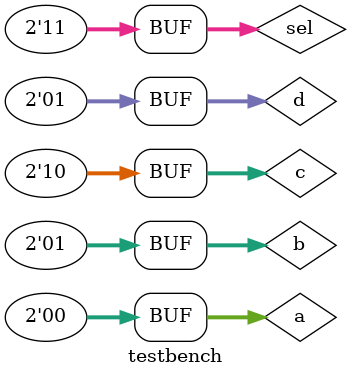
<source format=v>
`timescale 1ns / 1ps


`timescale 1 ns / 100 ps
// testbench is a module which only task is to test another module
// testbench is for simulation only, not for synthesis
module testbench;
    // input and output test signals
    reg  [1:0] a;
	reg  [1:0] b;
    reg  [1:0] c;
	reg  [1:0] d;
	reg  [1:0] sel;
	wire [1:0] y_sel;
	wire [1:0] y_case;
 
   // creating the instance of the module we want to test
	b2_mux_4_1_case b2_mux_4_1_case(a,b,c,d,sel,y_case);
	b2_mux_4_1_sel b2_mux_4_1_sel(a,b,c,d,sel,y_sel);
	
	initial 
        begin
			a = 2'b00;
			b = 2'b01;
			c = 2'b10;
			d = 2'b11;
			#5;
            sel = 2'b00;     // sel change to 00; a -> y
			#10;
			sel = 2'b01;     // sel change to 01; b -> y
			#10
			sel = 2'b10;     // sel change to 10; c -> y
			#10;
			sel = 2'b11;     // sel change to 11; d -> y
			#10
			d = 2'b10;		// d change; y changes too. sel == 2'b11
			#5
			d = 2'b01;
            #5;            // pause
        end
    // do at the beginning of the simulation
    //  print signal values on every change
    initial 
        $monitor("a=%b b=%b c=%b d=%b sel=%b y_sel=%d y_case=%b", 
		         a, b, c, d, sel, y_sel, y_case);
    // do at the beginning of the simulation
    initial 
        $dumpvars;  //iverilog dump init
endmodule

</source>
